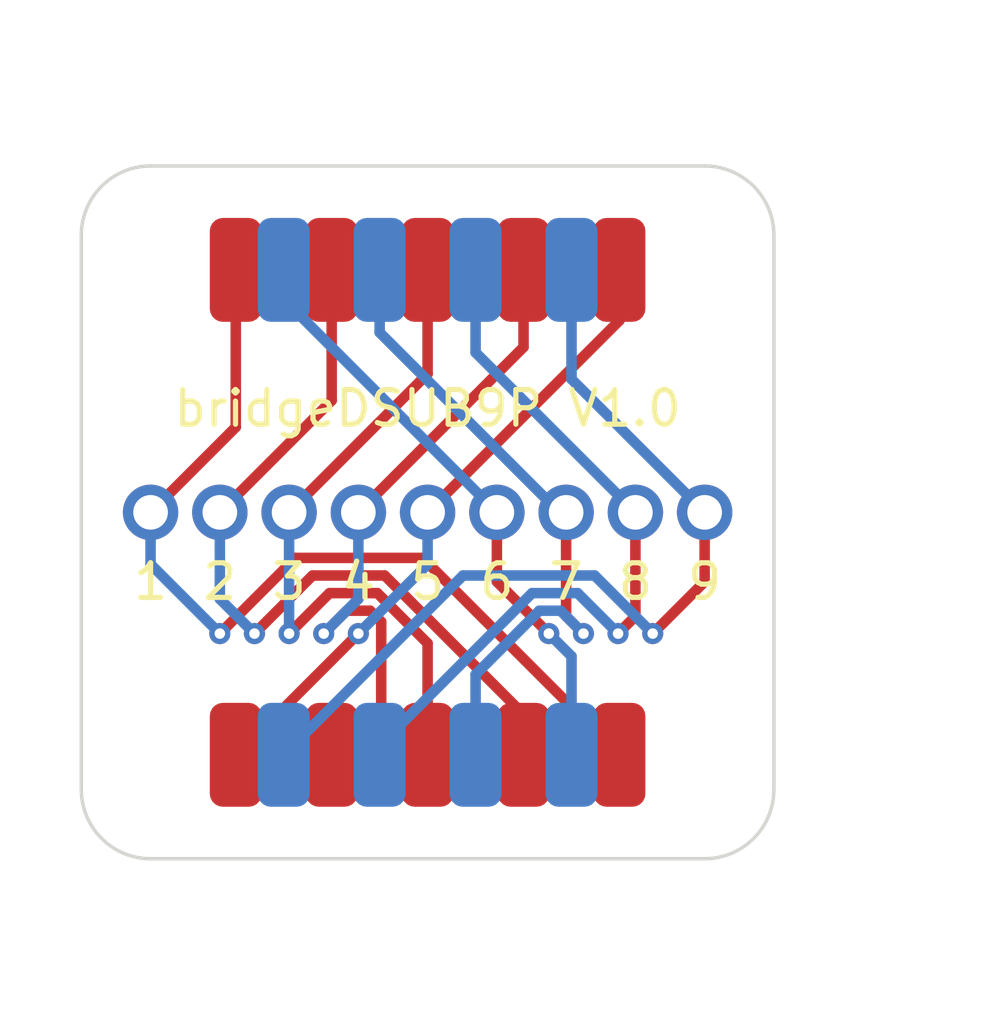
<source format=kicad_pcb>
(kicad_pcb (version 20221018) (generator pcbnew)
  (title_block (title "bridgeDSUB9P") (date "2023-03-19") (rev "V1.0") (company "https://github.com/KimiakiK"))
  (layers (0 "F.Cu" signal) (31 "B.Cu" signal) (34 "B.Paste" user) (35 "F.Paste" user) (36 "B.SilkS" user "B.Silkscreen") (37 "F.SilkS" user "F.Silkscreen") (38 "B.Mask" user) (39 "F.Mask" user) (44 "Edge.Cuts" user))
  (net 0 "")
  (net 1 "/1")
  (net 2 "/2")
  (net 3 "/3")
  (net 4 "/4")
  (net 5 "/5")
  (net 6 "/6")
  (net 7 "/7")
  (net 8 "/8")
  (net 9 "/9")
  (footprint "bridgeDSUB9P:TestPoint_THTPad_D1.6mm_Drill1.0mm" (layer "F.Cu") (at 8 0)
    (fp_text reference "TP9" hide)
    (fp_text value "TestPoint")
    (pad "1" thru_hole circle (at 0 0) (size 1.6 1.6) (drill 1) (layers "*.Cu" "*.Mask") (net 9 "/9"))
  )
  (footprint "bridgeDSUB9P:TestPoint_THTPad_D1.6mm_Drill1.0mm" (layer "F.Cu") (at -4 0)
    (fp_text reference "TP3" hide)
    (fp_text value "TestPoint")
    (pad "1" thru_hole circle (at 0 0) (size 1.6 1.6) (drill 1) (layers "*.Cu" "*.Mask") (net 3 "/3"))
  )
  (footprint "bridgeDSUB9P:TestPoint_THTPad_D1.6mm_Drill1.0mm" (layer "F.Cu") (at 4 0)
    (fp_text reference "TP7" hide)
    (fp_text value "TestPoint")
    (pad "1" thru_hole circle (at 0 0) (size 1.6 1.6) (drill 1) (layers "*.Cu" "*.Mask") (net 7 "/7"))
  )
  (footprint "bridgeDSUB9P:TestPoint_THTPad_D1.6mm_Drill1.0mm" (layer "F.Cu") (at 0 0)
    (fp_text reference "TP5" hide)
    (fp_text value "TestPoint")
    (pad "1" thru_hole circle (at 0 0) (size 1.6 1.6) (drill 1) (layers "*.Cu" "*.Mask") (net 5 "/5"))
  )
  (footprint "bridgeDSUB9P:TestPoint_THTPad_D1.6mm_Drill1.0mm" (layer "F.Cu") (at -8 0)
    (fp_text reference "TP1" hide)
    (fp_text value "TestPoint")
    (pad "1" thru_hole circle (at 0 0) (size 1.6 1.6) (drill 1) (layers "*.Cu" "*.Mask") (net 1 "/1"))
  )
  (footprint "bridgeDSUB9P:D-SUB9P" (layer "F.Cu") (at 0 10 90)
    (fp_text reference "J2" hide)
    (fp_text value "D-SUB9 Pin")
    (pad "1" smd roundrect (at 3 5.54 90) (size 3 1.5) (layers "F.Cu" "F.Paste" "F.Mask") (net 1 "/1"))
    (pad "2" smd roundrect (at 3 2.77 90) (size 3 1.5) (layers "F.Cu" "F.Paste" "F.Mask") (net 2 "/2"))
    (pad "3" smd roundrect (at 3 0 90) (size 3 1.5) (layers "F.Cu" "F.Paste" "F.Mask") (net 3 "/3"))
    (pad "4" smd roundrect (at 3 -2.77 90) (size 3 1.5) (layers "F.Cu" "F.Paste" "F.Mask") (net 4 "/4"))
    (pad "5" smd roundrect (at 3 -5.54 90) (size 3 1.5) (layers "F.Cu" "F.Paste" "F.Mask") (net 5 "/5"))
    (pad "6" smd roundrect (at 3 4.155 90) (size 3 1.5) (layers "B.Cu" "B.Paste" "B.Mask") (net 6 "/6"))
    (pad "7" smd roundrect (at 3 1.385 90) (size 3 1.5) (layers "B.Cu" "B.Paste" "B.Mask") (net 7 "/7"))
    (pad "8" smd roundrect (at 3 -1.385 90) (size 3 1.5) (layers "B.Cu" "B.Paste" "B.Mask") (net 8 "/8"))
    (pad "9" smd roundrect (at 3 -4.155 90) (size 3 1.5) (layers "B.Cu" "B.Paste" "B.Mask") (net 9 "/9"))
  )
  (footprint "bridgeDSUB9P:TestPoint_THTPad_D1.6mm_Drill1.0mm" (layer "F.Cu") (at -2 0)
    (fp_text reference "TP4" hide)
    (fp_text value "TestPoint")
    (pad "1" thru_hole circle (at 0 0) (size 1.6 1.6) (drill 1) (layers "*.Cu" "*.Mask") (net 4 "/4"))
  )
  (footprint "bridgeDSUB9P:TestPoint_THTPad_D1.6mm_Drill1.0mm" (layer "F.Cu") (at 6 0)
    (fp_text reference "TP8" hide)
    (fp_text value "TestPoint")
    (pad "1" thru_hole circle (at 0 0) (size 1.6 1.6) (drill 1) (layers "*.Cu" "*.Mask") (net 8 "/8"))
  )
  (footprint "bridgeDSUB9P:TestPoint_THTPad_D1.6mm_Drill1.0mm" (layer "F.Cu") (at 2 0)
    (fp_text reference "TP6" hide)
    (fp_text value "TestPoint")
    (pad "1" thru_hole circle (at 0 0) (size 1.6 1.6) (drill 1) (layers "*.Cu" "*.Mask") (net 6 "/6"))
  )
  (footprint "bridgeDSUB9P:D-SUB9P" (layer "F.Cu") (at 0 -10 -90)
    (fp_text reference "J1" hide)
    (fp_text value "D-SUB9 Pin")
    (pad "1" smd roundrect (at 3 5.54 270) (size 3 1.5) (layers "F.Cu" "F.Paste" "F.Mask") (net 1 "/1"))
    (pad "2" smd roundrect (at 3 2.77 270) (size 3 1.5) (layers "F.Cu" "F.Paste" "F.Mask") (net 2 "/2"))
    (pad "3" smd roundrect (at 3 0 270) (size 3 1.5) (layers "F.Cu" "F.Paste" "F.Mask") (net 3 "/3"))
    (pad "4" smd roundrect (at 3 -2.77 270) (size 3 1.5) (layers "F.Cu" "F.Paste" "F.Mask") (net 4 "/4"))
    (pad "5" smd roundrect (at 3 -5.54 270) (size 3 1.5) (layers "F.Cu" "F.Paste" "F.Mask") (net 5 "/5"))
    (pad "6" smd roundrect (at 3 4.155 270) (size 3 1.5) (layers "B.Cu" "B.Paste" "B.Mask") (net 6 "/6"))
    (pad "7" smd roundrect (at 3 1.385 270) (size 3 1.5) (layers "B.Cu" "B.Paste" "B.Mask") (net 7 "/7"))
    (pad "8" smd roundrect (at 3 -1.385 270) (size 3 1.5) (layers "B.Cu" "B.Paste" "B.Mask") (net 8 "/8"))
    (pad "9" smd roundrect (at 3 -4.155 270) (size 3 1.5) (layers "B.Cu" "B.Paste" "B.Mask") (net 9 "/9"))
  )
  (footprint "bridgeDSUB9P:TestPoint_THTPad_D1.6mm_Drill1.0mm" (layer "F.Cu") (at -6 0)
    (fp_text reference "TP2" hide)
    (fp_text value "TestPoint")
    (pad "1" thru_hole circle (at 0 0) (size 1.6 1.6) (drill 1) (layers "*.Cu" "*.Mask") (net 2 "/2"))
  )
  (gr_line (start -10 -8) (end -10 8) (stroke (width 0.1)) (layer "Edge.Cuts"))
  (gr_arc (start -8 10) (mid -9.414214 9.414214) (end -10 8) (stroke (width 0.1)) (layer "Edge.Cuts"))
  (gr_arc (start 8 -10) (mid 9.414214 -9.414214) (end 10 -8) (stroke (width 0.1)) (layer "Edge.Cuts"))
  (gr_arc (start -10 -8) (mid -9.414214 -9.414214) (end -8 -10) (stroke (width 0.1)) (layer "Edge.Cuts"))
  (gr_line (start -8 10) (end 8 10) (stroke (width 0.1)) (layer "Edge.Cuts"))
  (gr_line (start 8 -10) (end -8 -10) (stroke (width 0.1)) (layer "Edge.Cuts"))
  (gr_line (start 10 8) (end 10 -8) (stroke (width 0.1)) (layer "Edge.Cuts"))
  (gr_arc (start 10 8) (mid 9.414214 9.414214) (end 8 10) (stroke (width 0.1)) (layer "Edge.Cuts"))
  (gr_text "7" (at 4 2) (layer "F.SilkS") (effects (font (size 1 1))))
  (gr_text "6" (at 2 2) (layer "F.SilkS") (effects (font (size 1 1))))
  (gr_text "1" (at -8 2) (layer "F.SilkS") (effects (font (size 1 1))))
  (gr_text "bridgeDSUB9P V1.0" (at 0 -3) (layer "F.SilkS") (effects (font (size 1 1))))
  (gr_text "2" (at -6 2) (layer "F.SilkS") (effects (font (size 1 1))))
  (gr_text "3" (at -4 2) (layer "F.SilkS") (effects (font (size 1 1))))
  (gr_text "4" (at -2 2) (layer "F.SilkS") (effects (font (size 1 1))))
  (gr_text "5" (at 0 2) (layer "F.SilkS") (effects (font (size 1 1))))
  (gr_text "8" (at 6 2) (layer "F.SilkS") (effects (font (size 1 1))))
  (gr_text "9" (at 8 2) (layer "F.SilkS") (effects (font (size 1 1))))
  (segment (start 5.54 7) (end -0.144398 1.315602) (width 0.3048) (layer "F.Cu") (net 1))
  (segment (start -0.144398 1.315602) (end -3.815602 1.315602) (width 0.3048) (layer "F.Cu") (net 1))
  (segment (start -8 0) (end -5.54 -2.46) (width 0.3048) (layer "F.Cu") (net 1))
  (segment (start -3.815602 1.315602) (end -6 3.5) (width 0.3048) (layer "F.Cu") (net 1))
  (segment (start -5.54 -2.46) (end -5.54 -7) (width 0.3048) (layer "F.Cu") (net 1))
  (via (at -6 3.5) (size 0.6096) (drill 0.3048) (layers "F.Cu" "B.Cu") (net 1))
  (segment (start -8 0) (end -8 1.5) (width 0.3048) (layer "B.Cu") (net 1))
  (segment (start -8 1.5) (end -6 3.5) (width 0.3048) (layer "B.Cu") (net 1))
  (segment (start 2.77 5.83316) (end -1.239559 1.823601) (width 0.3048) (layer "F.Cu") (net 2))
  (segment (start -2.77 -7) (end -2.77 -3.23) (width 0.3048) (layer "F.Cu") (net 2))
  (segment (start -2.77 -3.23) (end -6 0) (width 0.3048) (layer "F.Cu") (net 2))
  (segment (start 2.77 7) (end 2.77 5.83316) (width 0.3048) (layer "F.Cu") (net 2))
  (segment (start -1.239559 1.823601) (end -3.323601 1.823601) (width 0.3048) (layer "F.Cu") (net 2))
  (segment (start -3.323601 1.823601) (end -5 3.5) (width 0.3048) (layer "F.Cu") (net 2))
  (via (at -5 3.5) (size 0.6096) (drill 0.3048) (layers "F.Cu" "B.Cu") (net 2))
  (segment (start -6 0) (end -6 2.5) (width 0.3048) (layer "B.Cu") (net 2))
  (segment (start -6 2.5) (end -5 3.5) (width 0.3048) (layer "B.Cu") (net 2))
  (segment (start -2.831601 2.331601) (end -4 3.5) (width 0.3048) (layer "F.Cu") (net 3))
  (segment (start 0 7) (end 0 3.78158) (width 0.3048) (layer "F.Cu") (net 3))
  (segment (start -1.449979 2.331601) (end -2.831601 2.331601) (width 0.3048) (layer "F.Cu") (net 3))
  (segment (start 0 3.78158) (end -1.449979 2.331601) (width 0.3048) (layer "F.Cu") (net 3))
  (segment (start 0 -7) (end 0 -4) (width 0.3048) (layer "F.Cu") (net 3))
  (segment (start 0 -4) (end -4 0) (width 0.3048) (layer "F.Cu") (net 3))
  (via (at -4 3.5) (size 0.6096) (drill 0.3048) (layers "F.Cu" "B.Cu") (net 3))
  (segment (start -4 0) (end -4 3.5) (width 0.3048) (layer "B.Cu") (net 3))
  (segment (start -2.77 7) (end -1.3396 5.5696) (width 0.3048) (layer "F.Cu") (net 4))
  (segment (start -1.3396 3.1604) (end -1.6604 2.8396) (width 0.3048) (layer "F.Cu") (net 4))
  (segment (start -1.6604 2.8396) (end -2.3396 2.8396) (width 0.3048) (layer "F.Cu") (net 4))
  (segment (start 2.77 -7) (end 2.77 -4.77) (width 0.3048) (layer "F.Cu") (net 4))
  (segment (start 2.77 -4.77) (end -2 0) (width 0.3048) (layer "F.Cu") (net 4))
  (segment (start -2.3396 2.8396) (end -3 3.5) (width 0.3048) (layer "F.Cu") (net 4))
  (segment (start -1.3396 5.5696) (end -1.3396 3.1604) (width 0.3048) (layer "F.Cu") (net 4))
  (via (at -3 3.5) (size 0.6096) (drill 0.3048) (layers "F.Cu" "B.Cu") (net 4))
  (segment (start -2 0) (end -2 2.5) (width 0.3048) (layer "B.Cu") (net 4))
  (segment (start -2 2.5) (end -3 3.5) (width 0.3048) (layer "B.Cu") (net 4))
  (segment (start 5.54 -5.54) (end 0 0) (width 0.3048) (layer "F.Cu") (net 5))
  (segment (start -5.5 7) (end -2 3.5) (width 0.3048) (layer "F.Cu") (net 5))
  (segment (start 5.54 -7) (end 5.54 -5.54) (width 0.3048) (layer "F.Cu") (net 5))
  (segment (start -5.54 7) (end -5.5 7) (width 0.3048) (layer "F.Cu") (net 5))
  (via (at -2 3.5) (size 0.6096) (drill 0.3048) (layers "F.Cu" "B.Cu") (net 5))
  (segment (start 0 1.5) (end -2 3.5) (width 0.3048) (layer "B.Cu") (net 5))
  (segment (start 0 0) (end 0 1.5) (width 0.3048) (layer "B.Cu") (net 5))
  (segment (start 2 2) (end 3.5 3.5) (width 0.3048) (layer "F.Cu") (net 6))
  (segment (start 2 0) (end 2 2) (width 0.3048) (layer "F.Cu") (net 6))
  (via (at 3.5 3.5) (size 0.6096) (drill 0.3048) (layers "F.Cu" "B.Cu") (net 6))
  (segment (start -4.155 -7) (end -4.155 -6.155) (width 0.3048) (layer "B.Cu") (net 6))
  (segment (start -4.155 -6.155) (end 2 0) (width 0.3048) (layer "B.Cu") (net 6))
  (segment (start 4.155 7) (end 4.155 4.155) (width 0.3048) (layer "B.Cu") (net 6))
  (segment (start 4.155 4.155) (end 3.5 3.5) (width 0.3048) (layer "B.Cu") (net 6))
  (segment (start 4 3) (end 4.5 3.5) (width 0.3048) (layer "F.Cu") (net 7))
  (segment (start 4 0) (end 4 3) (width 0.3048) (layer "F.Cu") (net 7))
  (via (at 4.5 3.5) (size 0.6096) (drill 0.3048) (layers "F.Cu" "B.Cu") (net 7))
  (segment (start 1.385 7) (end 1.385 4.681053) (width 0.3048) (layer "B.Cu") (net 7))
  (segment (start 1.385 4.681053) (end 3.226453 2.8396) (width 0.3048) (layer "B.Cu") (net 7))
  (segment (start 3.8075 0) (end 4 0) (width 0.3048) (layer "B.Cu") (net 7))
  (segment (start 3.8396 2.8396) (end 4.5 3.5) (width 0.3048) (layer "B.Cu") (net 7))
  (segment (start -1.385 -5.1925) (end 3.8075 0) (width 0.3048) (layer "B.Cu") (net 7))
  (segment (start -1.385 -7) (end -1.385 -5.1925) (width 0.3048) (layer "B.Cu") (net 7))
  (segment (start 3.226453 2.8396) (end 3.8396 2.8396) (width 0.3048) (layer "B.Cu") (net 7))
  (segment (start 6 0) (end 6 3) (width 0.3048) (layer "F.Cu") (net 8))
  (segment (start 6 3) (end 5.5 3.5) (width 0.3048) (layer "F.Cu") (net 8))
  (via (at 5.5 3.5) (size 0.6096) (drill 0.3048) (layers "F.Cu" "B.Cu") (net 8))
  (segment (start -1.385 7) (end -1.385 6.732633) (width 0.3048) (layer "B.Cu") (net 8))
  (segment (start -1.385 6.732633) (end 3.016033 2.3316) (width 0.3048) (layer "B.Cu") (net 8))
  (segment (start 1.385 -7) (end 1.385 -4.615) (width 0.3048) (layer "B.Cu") (net 8))
  (segment (start 1.385 -4.615) (end 6 0) (width 0.3048) (layer "B.Cu") (net 8))
  (segment (start 3.016033 2.3316) (end 4.3316 2.3316) (width 0.3048) (layer "B.Cu") (net 8))
  (segment (start 4.3316 2.3316) (end 5.5 3.5) (width 0.3048) (layer "B.Cu") (net 8))
  (segment (start 8 0) (end 8 2) (width 0.3048) (layer "F.Cu") (net 9))
  (segment (start 8 2) (end 6.5 3.5) (width 0.3048) (layer "F.Cu") (net 9))
  (via (at 6.5 3.5) (size 0.6096) (drill 0.3048) (layers "F.Cu" "B.Cu") (net 9))
  (segment (start 4.155 -7) (end 4.155 -3.845) (width 0.3048) (layer "B.Cu") (net 9))
  (segment (start 4.823601 1.823601) (end 6.5 3.5) (width 0.3048) (layer "B.Cu") (net 9))
  (segment (start 4.155 -3.845) (end 8 0) (width 0.3048) (layer "B.Cu") (net 9))
  (segment (start 1.021399 1.823601) (end 4.823601 1.823601) (width 0.3048) (layer "B.Cu") (net 9))
  (segment (start -4.155 7) (end 1.021399 1.823601) (width 0.3048) (layer "B.Cu") (net 9))
)
</source>
